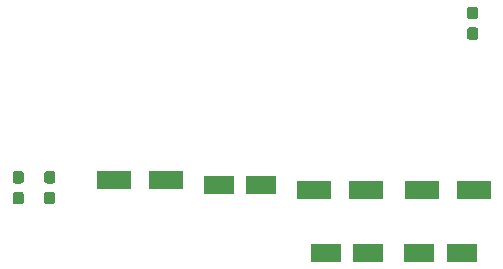
<source format=gbr>
G04 #@! TF.GenerationSoftware,KiCad,Pcbnew,(5.0.1)-4*
G04 #@! TF.CreationDate,2019-01-08T12:08:18+01:00*
G04 #@! TF.ProjectId,1U HiHat,31552048694861742E6B696361645F70,rev?*
G04 #@! TF.SameCoordinates,Original*
G04 #@! TF.FileFunction,Paste,Bot*
G04 #@! TF.FilePolarity,Positive*
%FSLAX46Y46*%
G04 Gerber Fmt 4.6, Leading zero omitted, Abs format (unit mm)*
G04 Created by KiCad (PCBNEW (5.0.1)-4) date 01/08/19 12:08:18*
%MOMM*%
%LPD*%
G01*
G04 APERTURE LIST*
%ADD10R,3.000000X1.600000*%
%ADD11R,2.600000X1.600000*%
%ADD12C,0.100000*%
%ADD13C,0.950000*%
G04 APERTURE END LIST*
D10*
G04 #@! TO.C,C1*
X116227500Y-80645000D03*
X120627500Y-80645000D03*
G04 #@! TD*
G04 #@! TO.C,C7*
X129758500Y-80645000D03*
X125358500Y-80645000D03*
G04 #@! TD*
D11*
G04 #@! TO.C,C12*
X111782000Y-80200500D03*
X108182000Y-80200500D03*
G04 #@! TD*
D10*
G04 #@! TO.C,C13*
X99273000Y-79810500D03*
X103673000Y-79810500D03*
G04 #@! TD*
D11*
G04 #@! TO.C,C21*
X117227500Y-85979000D03*
X120827500Y-85979000D03*
G04 #@! TD*
G04 #@! TO.C,C24*
X128758500Y-85979000D03*
X125158500Y-85979000D03*
G04 #@! TD*
D12*
G04 #@! TO.C,R4*
G36*
X94113779Y-79035144D02*
X94136834Y-79038563D01*
X94159443Y-79044227D01*
X94181387Y-79052079D01*
X94202457Y-79062044D01*
X94222448Y-79074026D01*
X94241168Y-79087910D01*
X94258438Y-79103562D01*
X94274090Y-79120832D01*
X94287974Y-79139552D01*
X94299956Y-79159543D01*
X94309921Y-79180613D01*
X94317773Y-79202557D01*
X94323437Y-79225166D01*
X94326856Y-79248221D01*
X94328000Y-79271500D01*
X94328000Y-79846500D01*
X94326856Y-79869779D01*
X94323437Y-79892834D01*
X94317773Y-79915443D01*
X94309921Y-79937387D01*
X94299956Y-79958457D01*
X94287974Y-79978448D01*
X94274090Y-79997168D01*
X94258438Y-80014438D01*
X94241168Y-80030090D01*
X94222448Y-80043974D01*
X94202457Y-80055956D01*
X94181387Y-80065921D01*
X94159443Y-80073773D01*
X94136834Y-80079437D01*
X94113779Y-80082856D01*
X94090500Y-80084000D01*
X93615500Y-80084000D01*
X93592221Y-80082856D01*
X93569166Y-80079437D01*
X93546557Y-80073773D01*
X93524613Y-80065921D01*
X93503543Y-80055956D01*
X93483552Y-80043974D01*
X93464832Y-80030090D01*
X93447562Y-80014438D01*
X93431910Y-79997168D01*
X93418026Y-79978448D01*
X93406044Y-79958457D01*
X93396079Y-79937387D01*
X93388227Y-79915443D01*
X93382563Y-79892834D01*
X93379144Y-79869779D01*
X93378000Y-79846500D01*
X93378000Y-79271500D01*
X93379144Y-79248221D01*
X93382563Y-79225166D01*
X93388227Y-79202557D01*
X93396079Y-79180613D01*
X93406044Y-79159543D01*
X93418026Y-79139552D01*
X93431910Y-79120832D01*
X93447562Y-79103562D01*
X93464832Y-79087910D01*
X93483552Y-79074026D01*
X93503543Y-79062044D01*
X93524613Y-79052079D01*
X93546557Y-79044227D01*
X93569166Y-79038563D01*
X93592221Y-79035144D01*
X93615500Y-79034000D01*
X94090500Y-79034000D01*
X94113779Y-79035144D01*
X94113779Y-79035144D01*
G37*
D13*
X93853000Y-79559000D03*
D12*
G36*
X94113779Y-80785144D02*
X94136834Y-80788563D01*
X94159443Y-80794227D01*
X94181387Y-80802079D01*
X94202457Y-80812044D01*
X94222448Y-80824026D01*
X94241168Y-80837910D01*
X94258438Y-80853562D01*
X94274090Y-80870832D01*
X94287974Y-80889552D01*
X94299956Y-80909543D01*
X94309921Y-80930613D01*
X94317773Y-80952557D01*
X94323437Y-80975166D01*
X94326856Y-80998221D01*
X94328000Y-81021500D01*
X94328000Y-81596500D01*
X94326856Y-81619779D01*
X94323437Y-81642834D01*
X94317773Y-81665443D01*
X94309921Y-81687387D01*
X94299956Y-81708457D01*
X94287974Y-81728448D01*
X94274090Y-81747168D01*
X94258438Y-81764438D01*
X94241168Y-81780090D01*
X94222448Y-81793974D01*
X94202457Y-81805956D01*
X94181387Y-81815921D01*
X94159443Y-81823773D01*
X94136834Y-81829437D01*
X94113779Y-81832856D01*
X94090500Y-81834000D01*
X93615500Y-81834000D01*
X93592221Y-81832856D01*
X93569166Y-81829437D01*
X93546557Y-81823773D01*
X93524613Y-81815921D01*
X93503543Y-81805956D01*
X93483552Y-81793974D01*
X93464832Y-81780090D01*
X93447562Y-81764438D01*
X93431910Y-81747168D01*
X93418026Y-81728448D01*
X93406044Y-81708457D01*
X93396079Y-81687387D01*
X93388227Y-81665443D01*
X93382563Y-81642834D01*
X93379144Y-81619779D01*
X93378000Y-81596500D01*
X93378000Y-81021500D01*
X93379144Y-80998221D01*
X93382563Y-80975166D01*
X93388227Y-80952557D01*
X93396079Y-80930613D01*
X93406044Y-80909543D01*
X93418026Y-80889552D01*
X93431910Y-80870832D01*
X93447562Y-80853562D01*
X93464832Y-80837910D01*
X93483552Y-80824026D01*
X93503543Y-80812044D01*
X93524613Y-80802079D01*
X93546557Y-80794227D01*
X93569166Y-80788563D01*
X93592221Y-80785144D01*
X93615500Y-80784000D01*
X94090500Y-80784000D01*
X94113779Y-80785144D01*
X94113779Y-80785144D01*
G37*
D13*
X93853000Y-81309000D03*
G04 #@! TD*
D12*
G04 #@! TO.C,R15*
G36*
X129927779Y-66866644D02*
X129950834Y-66870063D01*
X129973443Y-66875727D01*
X129995387Y-66883579D01*
X130016457Y-66893544D01*
X130036448Y-66905526D01*
X130055168Y-66919410D01*
X130072438Y-66935062D01*
X130088090Y-66952332D01*
X130101974Y-66971052D01*
X130113956Y-66991043D01*
X130123921Y-67012113D01*
X130131773Y-67034057D01*
X130137437Y-67056666D01*
X130140856Y-67079721D01*
X130142000Y-67103000D01*
X130142000Y-67678000D01*
X130140856Y-67701279D01*
X130137437Y-67724334D01*
X130131773Y-67746943D01*
X130123921Y-67768887D01*
X130113956Y-67789957D01*
X130101974Y-67809948D01*
X130088090Y-67828668D01*
X130072438Y-67845938D01*
X130055168Y-67861590D01*
X130036448Y-67875474D01*
X130016457Y-67887456D01*
X129995387Y-67897421D01*
X129973443Y-67905273D01*
X129950834Y-67910937D01*
X129927779Y-67914356D01*
X129904500Y-67915500D01*
X129429500Y-67915500D01*
X129406221Y-67914356D01*
X129383166Y-67910937D01*
X129360557Y-67905273D01*
X129338613Y-67897421D01*
X129317543Y-67887456D01*
X129297552Y-67875474D01*
X129278832Y-67861590D01*
X129261562Y-67845938D01*
X129245910Y-67828668D01*
X129232026Y-67809948D01*
X129220044Y-67789957D01*
X129210079Y-67768887D01*
X129202227Y-67746943D01*
X129196563Y-67724334D01*
X129193144Y-67701279D01*
X129192000Y-67678000D01*
X129192000Y-67103000D01*
X129193144Y-67079721D01*
X129196563Y-67056666D01*
X129202227Y-67034057D01*
X129210079Y-67012113D01*
X129220044Y-66991043D01*
X129232026Y-66971052D01*
X129245910Y-66952332D01*
X129261562Y-66935062D01*
X129278832Y-66919410D01*
X129297552Y-66905526D01*
X129317543Y-66893544D01*
X129338613Y-66883579D01*
X129360557Y-66875727D01*
X129383166Y-66870063D01*
X129406221Y-66866644D01*
X129429500Y-66865500D01*
X129904500Y-66865500D01*
X129927779Y-66866644D01*
X129927779Y-66866644D01*
G37*
D13*
X129667000Y-67390500D03*
D12*
G36*
X129927779Y-65116644D02*
X129950834Y-65120063D01*
X129973443Y-65125727D01*
X129995387Y-65133579D01*
X130016457Y-65143544D01*
X130036448Y-65155526D01*
X130055168Y-65169410D01*
X130072438Y-65185062D01*
X130088090Y-65202332D01*
X130101974Y-65221052D01*
X130113956Y-65241043D01*
X130123921Y-65262113D01*
X130131773Y-65284057D01*
X130137437Y-65306666D01*
X130140856Y-65329721D01*
X130142000Y-65353000D01*
X130142000Y-65928000D01*
X130140856Y-65951279D01*
X130137437Y-65974334D01*
X130131773Y-65996943D01*
X130123921Y-66018887D01*
X130113956Y-66039957D01*
X130101974Y-66059948D01*
X130088090Y-66078668D01*
X130072438Y-66095938D01*
X130055168Y-66111590D01*
X130036448Y-66125474D01*
X130016457Y-66137456D01*
X129995387Y-66147421D01*
X129973443Y-66155273D01*
X129950834Y-66160937D01*
X129927779Y-66164356D01*
X129904500Y-66165500D01*
X129429500Y-66165500D01*
X129406221Y-66164356D01*
X129383166Y-66160937D01*
X129360557Y-66155273D01*
X129338613Y-66147421D01*
X129317543Y-66137456D01*
X129297552Y-66125474D01*
X129278832Y-66111590D01*
X129261562Y-66095938D01*
X129245910Y-66078668D01*
X129232026Y-66059948D01*
X129220044Y-66039957D01*
X129210079Y-66018887D01*
X129202227Y-65996943D01*
X129196563Y-65974334D01*
X129193144Y-65951279D01*
X129192000Y-65928000D01*
X129192000Y-65353000D01*
X129193144Y-65329721D01*
X129196563Y-65306666D01*
X129202227Y-65284057D01*
X129210079Y-65262113D01*
X129220044Y-65241043D01*
X129232026Y-65221052D01*
X129245910Y-65202332D01*
X129261562Y-65185062D01*
X129278832Y-65169410D01*
X129297552Y-65155526D01*
X129317543Y-65143544D01*
X129338613Y-65133579D01*
X129360557Y-65125727D01*
X129383166Y-65120063D01*
X129406221Y-65116644D01*
X129429500Y-65115500D01*
X129904500Y-65115500D01*
X129927779Y-65116644D01*
X129927779Y-65116644D01*
G37*
D13*
X129667000Y-65640500D03*
G04 #@! TD*
D12*
G04 #@! TO.C,R28*
G36*
X91446779Y-80785144D02*
X91469834Y-80788563D01*
X91492443Y-80794227D01*
X91514387Y-80802079D01*
X91535457Y-80812044D01*
X91555448Y-80824026D01*
X91574168Y-80837910D01*
X91591438Y-80853562D01*
X91607090Y-80870832D01*
X91620974Y-80889552D01*
X91632956Y-80909543D01*
X91642921Y-80930613D01*
X91650773Y-80952557D01*
X91656437Y-80975166D01*
X91659856Y-80998221D01*
X91661000Y-81021500D01*
X91661000Y-81596500D01*
X91659856Y-81619779D01*
X91656437Y-81642834D01*
X91650773Y-81665443D01*
X91642921Y-81687387D01*
X91632956Y-81708457D01*
X91620974Y-81728448D01*
X91607090Y-81747168D01*
X91591438Y-81764438D01*
X91574168Y-81780090D01*
X91555448Y-81793974D01*
X91535457Y-81805956D01*
X91514387Y-81815921D01*
X91492443Y-81823773D01*
X91469834Y-81829437D01*
X91446779Y-81832856D01*
X91423500Y-81834000D01*
X90948500Y-81834000D01*
X90925221Y-81832856D01*
X90902166Y-81829437D01*
X90879557Y-81823773D01*
X90857613Y-81815921D01*
X90836543Y-81805956D01*
X90816552Y-81793974D01*
X90797832Y-81780090D01*
X90780562Y-81764438D01*
X90764910Y-81747168D01*
X90751026Y-81728448D01*
X90739044Y-81708457D01*
X90729079Y-81687387D01*
X90721227Y-81665443D01*
X90715563Y-81642834D01*
X90712144Y-81619779D01*
X90711000Y-81596500D01*
X90711000Y-81021500D01*
X90712144Y-80998221D01*
X90715563Y-80975166D01*
X90721227Y-80952557D01*
X90729079Y-80930613D01*
X90739044Y-80909543D01*
X90751026Y-80889552D01*
X90764910Y-80870832D01*
X90780562Y-80853562D01*
X90797832Y-80837910D01*
X90816552Y-80824026D01*
X90836543Y-80812044D01*
X90857613Y-80802079D01*
X90879557Y-80794227D01*
X90902166Y-80788563D01*
X90925221Y-80785144D01*
X90948500Y-80784000D01*
X91423500Y-80784000D01*
X91446779Y-80785144D01*
X91446779Y-80785144D01*
G37*
D13*
X91186000Y-81309000D03*
D12*
G36*
X91446779Y-79035144D02*
X91469834Y-79038563D01*
X91492443Y-79044227D01*
X91514387Y-79052079D01*
X91535457Y-79062044D01*
X91555448Y-79074026D01*
X91574168Y-79087910D01*
X91591438Y-79103562D01*
X91607090Y-79120832D01*
X91620974Y-79139552D01*
X91632956Y-79159543D01*
X91642921Y-79180613D01*
X91650773Y-79202557D01*
X91656437Y-79225166D01*
X91659856Y-79248221D01*
X91661000Y-79271500D01*
X91661000Y-79846500D01*
X91659856Y-79869779D01*
X91656437Y-79892834D01*
X91650773Y-79915443D01*
X91642921Y-79937387D01*
X91632956Y-79958457D01*
X91620974Y-79978448D01*
X91607090Y-79997168D01*
X91591438Y-80014438D01*
X91574168Y-80030090D01*
X91555448Y-80043974D01*
X91535457Y-80055956D01*
X91514387Y-80065921D01*
X91492443Y-80073773D01*
X91469834Y-80079437D01*
X91446779Y-80082856D01*
X91423500Y-80084000D01*
X90948500Y-80084000D01*
X90925221Y-80082856D01*
X90902166Y-80079437D01*
X90879557Y-80073773D01*
X90857613Y-80065921D01*
X90836543Y-80055956D01*
X90816552Y-80043974D01*
X90797832Y-80030090D01*
X90780562Y-80014438D01*
X90764910Y-79997168D01*
X90751026Y-79978448D01*
X90739044Y-79958457D01*
X90729079Y-79937387D01*
X90721227Y-79915443D01*
X90715563Y-79892834D01*
X90712144Y-79869779D01*
X90711000Y-79846500D01*
X90711000Y-79271500D01*
X90712144Y-79248221D01*
X90715563Y-79225166D01*
X90721227Y-79202557D01*
X90729079Y-79180613D01*
X90739044Y-79159543D01*
X90751026Y-79139552D01*
X90764910Y-79120832D01*
X90780562Y-79103562D01*
X90797832Y-79087910D01*
X90816552Y-79074026D01*
X90836543Y-79062044D01*
X90857613Y-79052079D01*
X90879557Y-79044227D01*
X90902166Y-79038563D01*
X90925221Y-79035144D01*
X90948500Y-79034000D01*
X91423500Y-79034000D01*
X91446779Y-79035144D01*
X91446779Y-79035144D01*
G37*
D13*
X91186000Y-79559000D03*
G04 #@! TD*
M02*

</source>
